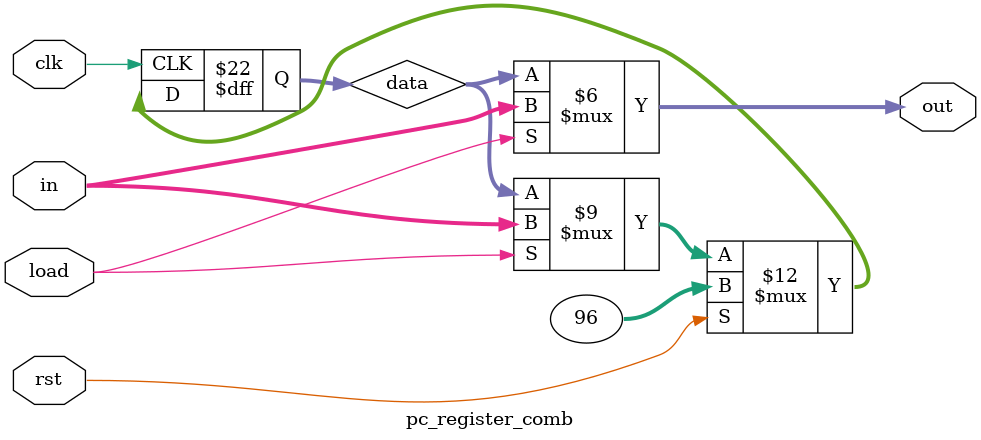
<source format=sv>
module pc_register_comb #(parameter width = 32)
(
    input clk,
    input rst,
    input load,
    input [width-1:0] in,
    output logic [width-1:0] out
);

/*
* PC needs to start at 0x60
 */
logic [width-1:0] data;
logic [127:0] counter;
always_ff @(posedge clk)
begin
    if (rst)
    begin
        data <= 32'h00000060;
	counter <= '0;
    end
    else if (load)
    begin
        data <= in;
	if (in != data) begin
		counter <= counter + 1;
	end
    end
    else
    begin
        data <= data;
    end
end

always_comb
begin
    if (load) begin
	out = in;
    end else begin
        out = data;
    end
end

endmodule : pc_register_comb

</source>
